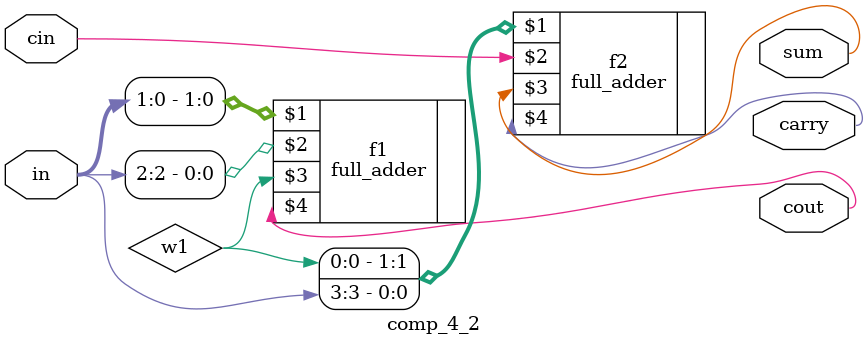
<source format=v>
module comp_4_2(
    input [3:0] in,
    input cin,
    output  sum, 
    output  carry, 
    output cout
);
    wire w1;
    full_adder f1(in[1:0], in[2], w1, cout);
    full_adder f2({w1, in[3]}, cin, sum, carry);
    
endmodule
</source>
